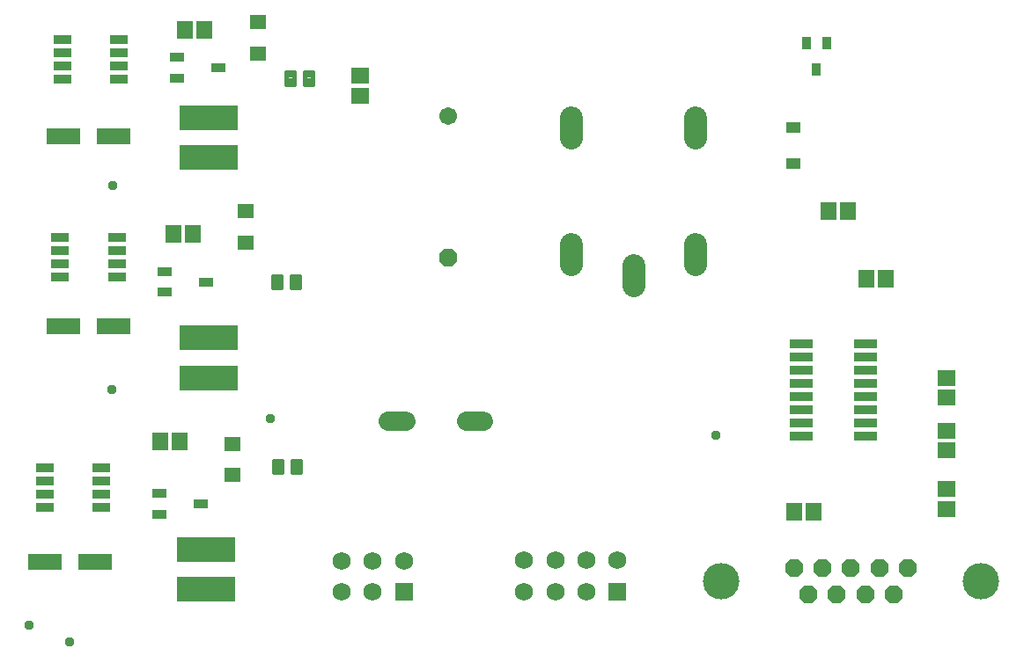
<source format=gbr>
G04 EAGLE Gerber RS-274X export*
G75*
%MOMM*%
%FSLAX34Y34*%
%LPD*%
%INSoldermask Top*%
%IPPOS*%
%AMOC8*
5,1,8,0,0,1.08239X$1,22.5*%
G01*
%ADD10R,2.235200X0.863600*%
%ADD11R,1.503200X1.703200*%
%ADD12R,1.703200X1.503200*%
%ADD13P,1.869504X8X202.500000*%
%ADD14C,3.505200*%
%ADD15C,1.733200*%
%ADD16R,1.733200X1.733200*%
%ADD17R,1.753200X0.903200*%
%ADD18R,1.573200X1.323200*%
%ADD19R,1.473200X0.838200*%
%ADD20C,0.463294*%
%ADD21R,3.203200X1.603200*%
%ADD22C,2.184400*%
%ADD23R,1.333200X1.123200*%
%ADD24R,0.853200X1.153200*%
%ADD25R,5.703200X2.353200*%
%ADD26C,1.711200*%
%ADD27P,1.852186X8X292.500000*%
%ADD28C,1.853200*%
%ADD29C,0.959600*%


D10*
X843734Y249550D03*
X782266Y249550D03*
X843734Y262250D03*
X843734Y274950D03*
X782266Y262250D03*
X782266Y274950D03*
X843734Y287650D03*
X782266Y287650D03*
X843734Y300350D03*
X782266Y300350D03*
X843734Y313050D03*
X843734Y325750D03*
X782266Y313050D03*
X782266Y325750D03*
X843734Y338450D03*
X782266Y338450D03*
D11*
X863500Y401000D03*
X844500Y401000D03*
D12*
X922000Y254500D03*
X922000Y235500D03*
X922000Y305500D03*
X922000Y286500D03*
D11*
X775500Y177000D03*
X794500Y177000D03*
D12*
X922000Y198500D03*
X922000Y179500D03*
D13*
X884864Y122700D03*
X857432Y122700D03*
X830000Y122700D03*
X802568Y122700D03*
X775136Y122700D03*
X871148Y97300D03*
X843716Y97300D03*
X816284Y97300D03*
X788852Y97300D03*
D14*
X955222Y110000D03*
X704778Y110000D03*
D15*
X575622Y99652D03*
X575622Y129652D03*
X545622Y99652D03*
X545622Y129652D03*
D16*
X605622Y99652D03*
D15*
X515622Y99652D03*
X605622Y129652D03*
X515622Y129652D03*
D16*
X400000Y99420D03*
D15*
X400000Y129420D03*
X370000Y99420D03*
X340000Y99420D03*
X370000Y129420D03*
X340000Y129420D03*
D12*
X358000Y596500D03*
X358000Y577500D03*
D17*
X126250Y592950D03*
X126250Y605650D03*
X126250Y618350D03*
X126250Y631050D03*
X71750Y631050D03*
X71750Y618350D03*
X71750Y605650D03*
X71750Y592950D03*
D18*
X260000Y618000D03*
X260000Y648000D03*
D19*
X222000Y604000D03*
X182000Y614000D03*
X182000Y594000D03*
D20*
X305110Y599685D02*
X312670Y599685D01*
X312670Y588315D01*
X305110Y588315D01*
X305110Y599685D01*
X305110Y592716D02*
X312670Y592716D01*
X312670Y597117D02*
X305110Y597117D01*
X294890Y599685D02*
X287330Y599685D01*
X294890Y599685D02*
X294890Y588315D01*
X287330Y588315D01*
X287330Y599685D01*
X287330Y592716D02*
X294890Y592716D01*
X294890Y597117D02*
X287330Y597117D01*
D17*
X124250Y402950D03*
X124250Y415650D03*
X124250Y428350D03*
X124250Y441050D03*
X69750Y441050D03*
X69750Y428350D03*
X69750Y415650D03*
X69750Y402950D03*
D18*
X248000Y436000D03*
X248000Y466000D03*
D19*
X210000Y398000D03*
X170000Y408000D03*
X170000Y388000D03*
D20*
X292110Y403685D02*
X299670Y403685D01*
X299670Y392315D01*
X292110Y392315D01*
X292110Y403685D01*
X292110Y396716D02*
X299670Y396716D01*
X299670Y401117D02*
X292110Y401117D01*
X281890Y403685D02*
X274330Y403685D01*
X281890Y403685D02*
X281890Y392315D01*
X274330Y392315D01*
X274330Y403685D01*
X274330Y396716D02*
X281890Y396716D01*
X281890Y401117D02*
X274330Y401117D01*
D17*
X109250Y180950D03*
X109250Y193650D03*
X109250Y206350D03*
X109250Y219050D03*
X54750Y219050D03*
X54750Y206350D03*
X54750Y193650D03*
X54750Y180950D03*
D18*
X235000Y212000D03*
X235000Y242000D03*
D19*
X205000Y184000D03*
X165000Y194000D03*
X165000Y174000D03*
D20*
X293110Y225685D02*
X300670Y225685D01*
X300670Y214315D01*
X293110Y214315D01*
X293110Y225685D01*
X293110Y218716D02*
X300670Y218716D01*
X300670Y223117D02*
X293110Y223117D01*
X282890Y225685D02*
X275330Y225685D01*
X282890Y225685D02*
X282890Y214315D01*
X275330Y214315D01*
X275330Y225685D01*
X275330Y218716D02*
X282890Y218716D01*
X282890Y223117D02*
X275330Y223117D01*
D21*
X73000Y538000D03*
X121000Y538000D03*
X73000Y355000D03*
X121000Y355000D03*
X55000Y128000D03*
X103000Y128000D03*
D11*
X208500Y641000D03*
X189500Y641000D03*
X197500Y444000D03*
X178500Y444000D03*
X184500Y244000D03*
X165500Y244000D03*
D22*
X621000Y393844D02*
X621000Y413656D01*
X680690Y414164D02*
X680690Y433976D01*
X561310Y433976D02*
X561310Y414164D01*
X561310Y536084D02*
X561310Y555896D01*
X680690Y555896D02*
X680690Y536084D01*
D23*
X775000Y546500D03*
X775000Y511500D03*
D24*
X787500Y627500D03*
X806500Y627500D03*
X797000Y602500D03*
D11*
X808500Y466000D03*
X827500Y466000D03*
D25*
X212000Y556311D03*
X212000Y517689D03*
X212000Y305689D03*
X212000Y344311D03*
X210000Y101689D03*
X210000Y140311D03*
D26*
X443000Y557800D03*
D27*
X443000Y421200D03*
D28*
X460250Y264000D02*
X476750Y264000D01*
X401750Y264000D02*
X385250Y264000D01*
D29*
X272000Y266000D03*
X700000Y250000D03*
X40000Y67000D03*
X120000Y491000D03*
X79000Y51000D03*
X119000Y294000D03*
M02*

</source>
